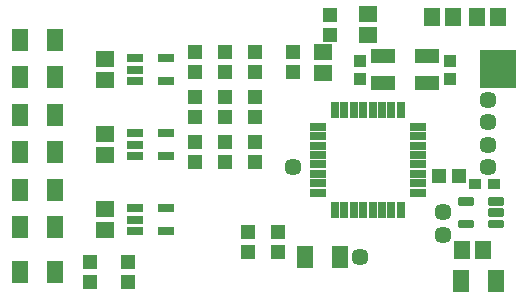
<source format=gbr>
G04 EAGLE Gerber RS-274X export*
G75*
%MOMM*%
%FSLAX34Y34*%
%LPD*%
%INSoldermask Top*%
%IPPOS*%
%AMOC8*
5,1,8,0,0,1.08239X$1,22.5*%
G01*
%ADD10R,3.048000X3.175000*%
%ADD11R,1.317000X1.967700*%
%ADD12R,1.122600X1.073300*%
%ADD13R,1.317000X1.617700*%
%ADD14R,1.617700X1.317000*%
%ADD15R,1.052400X0.952400*%
%ADD16C,1.452400*%
%ADD17R,1.352400X0.752400*%
%ADD18R,1.152400X1.252400*%
%ADD19R,1.252400X1.152400*%
%ADD20R,1.352400X0.652400*%
%ADD21R,0.652400X1.352400*%
%ADD22R,2.052400X1.252400*%
%ADD23C,0.445438*%


D10*
X478790Y940435D03*
D11*
X74146Y933450D03*
X103654Y933450D03*
X74146Y869950D03*
X103654Y869950D03*
X74146Y838200D03*
X103654Y838200D03*
X74146Y901700D03*
X103654Y901700D03*
D12*
X361950Y947546D03*
X361950Y932054D03*
D11*
X74146Y965200D03*
X103654Y965200D03*
X74146Y806450D03*
X103654Y806450D03*
X74146Y768350D03*
X103654Y768350D03*
D13*
X461146Y984250D03*
X478654Y984250D03*
D11*
X477034Y760730D03*
X447526Y760730D03*
D13*
X440554Y984250D03*
X423046Y984250D03*
D12*
X438150Y932054D03*
X438150Y947546D03*
D14*
X368300Y986654D03*
X368300Y969146D03*
X330200Y954904D03*
X330200Y937396D03*
D11*
X344954Y781050D03*
X315446Y781050D03*
D13*
X448446Y787400D03*
X465954Y787400D03*
D15*
X459422Y843280D03*
X475298Y843280D03*
D16*
X469900Y914400D03*
D17*
X197210Y822300D03*
X197210Y803300D03*
X171090Y822300D03*
X171090Y812800D03*
X171090Y803300D03*
X197210Y885800D03*
X197210Y866800D03*
X171090Y885800D03*
X171090Y876300D03*
X171090Y866800D03*
X197210Y949300D03*
X197210Y930300D03*
X171090Y949300D03*
X171090Y939800D03*
X171090Y930300D03*
D16*
X304800Y857250D03*
D18*
X445380Y849630D03*
X428380Y849630D03*
D19*
X247650Y878450D03*
X247650Y861450D03*
X247650Y916550D03*
X247650Y899550D03*
X247650Y954650D03*
X247650Y937650D03*
X266700Y802250D03*
X266700Y785250D03*
X304800Y937650D03*
X304800Y954650D03*
X292100Y785250D03*
X292100Y802250D03*
X336550Y969400D03*
X336550Y986400D03*
X273050Y878450D03*
X273050Y861450D03*
X273050Y916550D03*
X273050Y899550D03*
X273050Y954650D03*
X273050Y937650D03*
X222250Y861450D03*
X222250Y878450D03*
X222250Y899550D03*
X222250Y916550D03*
X222250Y937650D03*
X222250Y954650D03*
D16*
X469900Y895350D03*
X431800Y819150D03*
X431800Y800100D03*
D20*
X325800Y891600D03*
X325800Y883600D03*
X325800Y875600D03*
X325800Y867600D03*
X325800Y859600D03*
X325800Y851600D03*
X325800Y843600D03*
X325800Y835600D03*
X410800Y835600D03*
X410800Y843600D03*
X410800Y851600D03*
X410800Y859600D03*
X410800Y867600D03*
X410800Y875600D03*
X410800Y883600D03*
X410800Y891600D03*
D21*
X396300Y906100D03*
X388300Y906100D03*
X380300Y906100D03*
X372300Y906100D03*
X364300Y906100D03*
X356300Y906100D03*
X348300Y906100D03*
X340300Y906100D03*
X340300Y821100D03*
X348300Y821100D03*
X356300Y821100D03*
X364300Y821100D03*
X372300Y821100D03*
X380300Y821100D03*
X388300Y821100D03*
X396300Y821100D03*
D16*
X469900Y876300D03*
X469900Y857250D03*
D22*
X381550Y928300D03*
X418550Y951300D03*
X381550Y951300D03*
X418550Y928300D03*
D23*
X471515Y811135D02*
X480685Y811135D01*
X480685Y808165D01*
X471515Y808165D01*
X471515Y811135D01*
X471515Y820635D02*
X480685Y820635D01*
X480685Y817665D01*
X471515Y817665D01*
X471515Y820635D01*
X471515Y830135D02*
X480685Y830135D01*
X480685Y827165D01*
X471515Y827165D01*
X471515Y830135D01*
X455585Y830135D02*
X446415Y830135D01*
X455585Y830135D02*
X455585Y827165D01*
X446415Y827165D01*
X446415Y830135D01*
X446415Y811135D02*
X455585Y811135D01*
X455585Y808165D01*
X446415Y808165D01*
X446415Y811135D01*
D19*
X165100Y776850D03*
X165100Y759850D03*
X133350Y776850D03*
X133350Y759850D03*
D16*
X361950Y781050D03*
D14*
X146050Y821554D03*
X146050Y804046D03*
X146050Y885054D03*
X146050Y867546D03*
X146050Y948554D03*
X146050Y931046D03*
M02*

</source>
